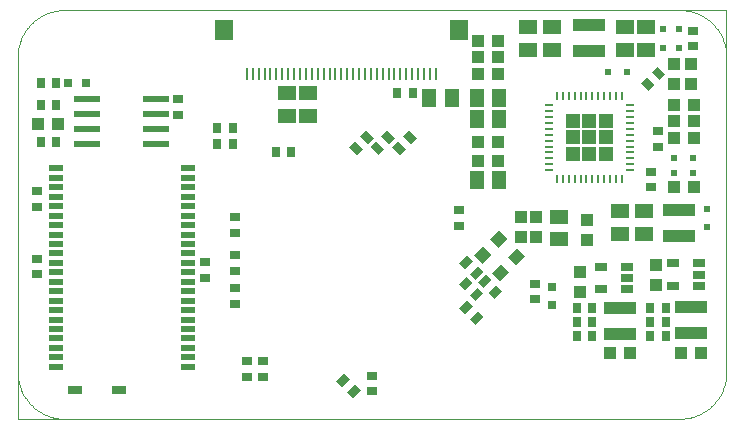
<source format=gtp>
G75*
%MOIN*%
%OFA0B0*%
%FSLAX25Y25*%
%IPPOS*%
%LPD*%
%AMOC8*
5,1,8,0,0,1.08239X$1,22.5*
%
%ADD10C,0.00000*%
%ADD11R,0.04724X0.01969*%
%ADD12R,0.02756X0.03543*%
%ADD13R,0.03543X0.02756*%
%ADD14R,0.04724X0.02756*%
%ADD15R,0.00787X0.03150*%
%ADD16R,0.03150X0.00787*%
%ADD17R,0.04528X0.04528*%
%ADD18R,0.10630X0.03937*%
%ADD19R,0.05906X0.05118*%
%ADD20R,0.02362X0.02362*%
%ADD21R,0.05118X0.05906*%
%ADD22R,0.04331X0.03937*%
%ADD23R,0.03937X0.04331*%
%ADD24R,0.08661X0.01969*%
%ADD25R,0.03150X0.03150*%
%ADD26R,0.03937X0.02756*%
%ADD27R,0.05906X0.06693*%
%ADD28R,0.00984X0.04331*%
D10*
X0006118Y0012146D02*
X0006118Y0026320D01*
X0006118Y0027894D02*
X0006118Y0133406D01*
X0006137Y0133787D01*
X0006166Y0134168D01*
X0006204Y0134547D01*
X0006251Y0134926D01*
X0006308Y0135303D01*
X0006374Y0135679D01*
X0006449Y0136053D01*
X0006533Y0136426D01*
X0006627Y0136796D01*
X0006729Y0137163D01*
X0006841Y0137528D01*
X0006961Y0137890D01*
X0007090Y0138249D01*
X0007228Y0138605D01*
X0007374Y0138957D01*
X0007530Y0139306D01*
X0007693Y0139651D01*
X0007865Y0139991D01*
X0008046Y0140328D01*
X0008234Y0140659D01*
X0008431Y0140986D01*
X0008635Y0141309D01*
X0008848Y0141626D01*
X0009068Y0141937D01*
X0009296Y0142243D01*
X0009531Y0142544D01*
X0009773Y0142839D01*
X0010023Y0143127D01*
X0010280Y0143410D01*
X0010543Y0143686D01*
X0010813Y0143955D01*
X0011090Y0144218D01*
X0011373Y0144474D01*
X0011662Y0144723D01*
X0011957Y0144965D01*
X0012258Y0145199D01*
X0012565Y0145426D01*
X0012877Y0145646D01*
X0013195Y0145858D01*
X0013517Y0146061D01*
X0013845Y0146257D01*
X0014177Y0146445D01*
X0014514Y0146625D01*
X0014854Y0146796D01*
X0015200Y0146959D01*
X0015549Y0147113D01*
X0015901Y0147259D01*
X0016257Y0147396D01*
X0016617Y0147525D01*
X0016979Y0147644D01*
X0017344Y0147755D01*
X0017712Y0147856D01*
X0018082Y0147949D01*
X0018455Y0148032D01*
X0018829Y0148106D01*
X0019205Y0148171D01*
X0019582Y0148227D01*
X0019961Y0148274D01*
X0020341Y0148311D01*
X0020722Y0148339D01*
X0021103Y0148358D01*
X0021484Y0148367D01*
X0021866Y0148367D01*
X0227378Y0148367D01*
X0228165Y0148367D02*
X0242339Y0148367D01*
X0242339Y0134194D01*
X0242339Y0132619D02*
X0242339Y0027107D01*
X0242338Y0027107D02*
X0242319Y0026726D01*
X0242290Y0026345D01*
X0242252Y0025966D01*
X0242205Y0025587D01*
X0242148Y0025210D01*
X0242082Y0024834D01*
X0242007Y0024460D01*
X0241923Y0024087D01*
X0241829Y0023717D01*
X0241727Y0023350D01*
X0241615Y0022985D01*
X0241495Y0022623D01*
X0241366Y0022264D01*
X0241228Y0021908D01*
X0241082Y0021556D01*
X0240926Y0021207D01*
X0240763Y0020862D01*
X0240591Y0020522D01*
X0240410Y0020185D01*
X0240222Y0019854D01*
X0240025Y0019527D01*
X0239821Y0019204D01*
X0239608Y0018887D01*
X0239388Y0018576D01*
X0239160Y0018270D01*
X0238925Y0017969D01*
X0238683Y0017674D01*
X0238433Y0017386D01*
X0238176Y0017103D01*
X0237913Y0016827D01*
X0237643Y0016558D01*
X0237366Y0016295D01*
X0237083Y0016039D01*
X0236794Y0015790D01*
X0236499Y0015548D01*
X0236198Y0015314D01*
X0235891Y0015087D01*
X0235579Y0014867D01*
X0235261Y0014655D01*
X0234939Y0014452D01*
X0234611Y0014256D01*
X0234279Y0014068D01*
X0233942Y0013888D01*
X0233602Y0013717D01*
X0233256Y0013554D01*
X0232907Y0013400D01*
X0232555Y0013254D01*
X0232199Y0013117D01*
X0231839Y0012988D01*
X0231477Y0012869D01*
X0231112Y0012758D01*
X0230744Y0012657D01*
X0230374Y0012564D01*
X0230001Y0012481D01*
X0229627Y0012407D01*
X0229251Y0012342D01*
X0228874Y0012286D01*
X0228495Y0012239D01*
X0228115Y0012202D01*
X0227734Y0012174D01*
X0227353Y0012155D01*
X0226972Y0012146D01*
X0226590Y0012146D01*
X0226591Y0012146D02*
X0021079Y0012146D01*
X0006118Y0012146D01*
X0021079Y0012147D02*
X0020698Y0012166D01*
X0020317Y0012195D01*
X0019938Y0012233D01*
X0019559Y0012280D01*
X0019182Y0012337D01*
X0018806Y0012403D01*
X0018432Y0012478D01*
X0018059Y0012562D01*
X0017689Y0012656D01*
X0017322Y0012758D01*
X0016957Y0012870D01*
X0016595Y0012990D01*
X0016236Y0013119D01*
X0015880Y0013257D01*
X0015528Y0013403D01*
X0015179Y0013559D01*
X0014834Y0013722D01*
X0014494Y0013894D01*
X0014157Y0014075D01*
X0013826Y0014263D01*
X0013499Y0014460D01*
X0013176Y0014664D01*
X0012859Y0014877D01*
X0012548Y0015097D01*
X0012242Y0015325D01*
X0011941Y0015560D01*
X0011646Y0015802D01*
X0011358Y0016052D01*
X0011075Y0016309D01*
X0010799Y0016572D01*
X0010530Y0016842D01*
X0010267Y0017119D01*
X0010011Y0017402D01*
X0009762Y0017691D01*
X0009520Y0017986D01*
X0009286Y0018287D01*
X0009059Y0018594D01*
X0008839Y0018906D01*
X0008627Y0019224D01*
X0008424Y0019546D01*
X0008228Y0019874D01*
X0008040Y0020206D01*
X0007860Y0020543D01*
X0007689Y0020883D01*
X0007526Y0021229D01*
X0007372Y0021578D01*
X0007226Y0021930D01*
X0007089Y0022286D01*
X0006960Y0022646D01*
X0006841Y0023008D01*
X0006730Y0023373D01*
X0006629Y0023741D01*
X0006536Y0024111D01*
X0006453Y0024484D01*
X0006379Y0024858D01*
X0006314Y0025234D01*
X0006258Y0025611D01*
X0006211Y0025990D01*
X0006174Y0026370D01*
X0006146Y0026751D01*
X0006127Y0027132D01*
X0006118Y0027513D01*
X0006118Y0027895D01*
X0227378Y0148367D02*
X0227759Y0148348D01*
X0228140Y0148319D01*
X0228519Y0148281D01*
X0228898Y0148234D01*
X0229275Y0148177D01*
X0229651Y0148111D01*
X0230025Y0148036D01*
X0230398Y0147952D01*
X0230768Y0147858D01*
X0231135Y0147756D01*
X0231500Y0147644D01*
X0231862Y0147524D01*
X0232221Y0147395D01*
X0232577Y0147257D01*
X0232929Y0147111D01*
X0233278Y0146955D01*
X0233623Y0146792D01*
X0233963Y0146620D01*
X0234300Y0146439D01*
X0234631Y0146251D01*
X0234958Y0146054D01*
X0235281Y0145850D01*
X0235598Y0145637D01*
X0235909Y0145417D01*
X0236215Y0145189D01*
X0236516Y0144954D01*
X0236811Y0144712D01*
X0237099Y0144462D01*
X0237382Y0144205D01*
X0237658Y0143942D01*
X0237927Y0143672D01*
X0238190Y0143395D01*
X0238446Y0143112D01*
X0238695Y0142823D01*
X0238937Y0142528D01*
X0239171Y0142227D01*
X0239398Y0141920D01*
X0239618Y0141608D01*
X0239830Y0141290D01*
X0240033Y0140968D01*
X0240229Y0140640D01*
X0240417Y0140308D01*
X0240597Y0139971D01*
X0240768Y0139631D01*
X0240931Y0139285D01*
X0241085Y0138936D01*
X0241231Y0138584D01*
X0241368Y0138228D01*
X0241497Y0137868D01*
X0241616Y0137506D01*
X0241727Y0137141D01*
X0241828Y0136773D01*
X0241921Y0136403D01*
X0242004Y0136030D01*
X0242078Y0135656D01*
X0242143Y0135280D01*
X0242199Y0134903D01*
X0242246Y0134524D01*
X0242283Y0134144D01*
X0242311Y0133763D01*
X0242330Y0133382D01*
X0242339Y0133001D01*
X0242339Y0132619D01*
D11*
X0062811Y0095611D03*
X0062811Y0092461D03*
X0062811Y0089312D03*
X0062811Y0086162D03*
X0062811Y0083012D03*
X0062811Y0079863D03*
X0062811Y0076713D03*
X0062811Y0073564D03*
X0062811Y0070414D03*
X0062811Y0067264D03*
X0062811Y0064115D03*
X0062811Y0060965D03*
X0062811Y0057816D03*
X0062811Y0054666D03*
X0062811Y0051516D03*
X0062811Y0048367D03*
X0062811Y0045217D03*
X0062811Y0042068D03*
X0062811Y0038918D03*
X0062811Y0035768D03*
X0062811Y0032619D03*
X0062811Y0029469D03*
X0018717Y0029469D03*
X0018717Y0032619D03*
X0018717Y0035768D03*
X0018717Y0038918D03*
X0018717Y0042068D03*
X0018717Y0045217D03*
X0018717Y0048367D03*
X0018717Y0051516D03*
X0018717Y0054666D03*
X0018717Y0057816D03*
X0018717Y0060965D03*
X0018717Y0064115D03*
X0018717Y0067264D03*
X0018717Y0070414D03*
X0018717Y0073564D03*
X0018717Y0076713D03*
X0018717Y0079863D03*
X0018717Y0083012D03*
X0018717Y0086162D03*
X0018717Y0089312D03*
X0018717Y0092461D03*
X0018717Y0095611D03*
D12*
X0018913Y0104272D03*
X0013795Y0104272D03*
X0013795Y0116871D03*
X0018913Y0116871D03*
X0018913Y0123957D03*
X0013795Y0123957D03*
X0072654Y0109194D03*
X0077772Y0109194D03*
X0077772Y0103682D03*
X0072654Y0103682D03*
X0092142Y0101123D03*
X0097260Y0101123D03*
G36*
X0121102Y0102186D02*
X0119153Y0100237D01*
X0116650Y0102740D01*
X0118599Y0104689D01*
X0121102Y0102186D01*
G37*
G36*
X0124721Y0105805D02*
X0122772Y0103856D01*
X0120269Y0106359D01*
X0122218Y0108308D01*
X0124721Y0105805D01*
G37*
G36*
X0128188Y0102186D02*
X0126239Y0100237D01*
X0123736Y0102740D01*
X0125685Y0104689D01*
X0128188Y0102186D01*
G37*
G36*
X0131807Y0105805D02*
X0129858Y0103856D01*
X0127355Y0106359D01*
X0129304Y0108308D01*
X0131807Y0105805D01*
G37*
G36*
X0135472Y0102186D02*
X0133523Y0100237D01*
X0131020Y0102740D01*
X0132969Y0104689D01*
X0135472Y0102186D01*
G37*
G36*
X0139091Y0105805D02*
X0137142Y0103856D01*
X0134639Y0106359D01*
X0136588Y0108308D01*
X0139091Y0105805D01*
G37*
X0137811Y0120808D03*
X0132693Y0120808D03*
G36*
X0213894Y0124000D02*
X0215843Y0125949D01*
X0218346Y0123446D01*
X0216397Y0121497D01*
X0213894Y0124000D01*
G37*
G36*
X0217513Y0127619D02*
X0219462Y0129568D01*
X0221965Y0127065D01*
X0220016Y0125116D01*
X0217513Y0127619D01*
G37*
G36*
X0155213Y0062124D02*
X0153264Y0064073D01*
X0155767Y0066576D01*
X0157716Y0064627D01*
X0155213Y0062124D01*
G37*
G36*
X0158832Y0058504D02*
X0156883Y0060453D01*
X0159386Y0062956D01*
X0161335Y0061007D01*
X0158832Y0058504D01*
G37*
G36*
X0162066Y0060276D02*
X0164015Y0058327D01*
X0161512Y0055824D01*
X0159563Y0057773D01*
X0162066Y0060276D01*
G37*
G36*
X0155213Y0055037D02*
X0153264Y0056986D01*
X0155767Y0059489D01*
X0157716Y0057540D01*
X0155213Y0055037D01*
G37*
G36*
X0158832Y0051418D02*
X0156883Y0053367D01*
X0159386Y0055870D01*
X0161335Y0053921D01*
X0158832Y0051418D01*
G37*
G36*
X0155213Y0047163D02*
X0153264Y0049112D01*
X0155767Y0051615D01*
X0157716Y0049666D01*
X0155213Y0047163D01*
G37*
G36*
X0158832Y0043544D02*
X0156883Y0045493D01*
X0159386Y0047996D01*
X0161335Y0046047D01*
X0158832Y0043544D01*
G37*
G36*
X0165685Y0056657D02*
X0167634Y0054708D01*
X0165131Y0052205D01*
X0163182Y0054154D01*
X0165685Y0056657D01*
G37*
X0192535Y0049154D03*
X0197654Y0049154D03*
X0197654Y0044430D03*
X0192535Y0044430D03*
X0192535Y0039705D03*
X0197654Y0039705D03*
X0216945Y0039705D03*
X0222063Y0039705D03*
X0222063Y0044430D03*
X0216945Y0044430D03*
X0216945Y0049154D03*
X0222063Y0049154D03*
G36*
X0117887Y0019134D02*
X0115938Y0021083D01*
X0118441Y0023586D01*
X0120390Y0021637D01*
X0117887Y0019134D01*
G37*
G36*
X0114268Y0022753D02*
X0112319Y0024702D01*
X0114822Y0027205D01*
X0116771Y0025256D01*
X0114268Y0022753D01*
G37*
D13*
X0124228Y0021398D03*
X0124228Y0026516D03*
X0088008Y0026123D03*
X0088008Y0031241D03*
X0082496Y0031241D03*
X0082496Y0026123D03*
X0078559Y0050532D03*
X0078559Y0055650D03*
X0078559Y0061556D03*
X0078559Y0066674D03*
X0068520Y0064312D03*
X0068520Y0059194D03*
X0078559Y0074154D03*
X0078559Y0079272D03*
X0059661Y0113524D03*
X0059661Y0118642D03*
X0012417Y0087934D03*
X0012417Y0082816D03*
X0012417Y0065493D03*
X0012417Y0060375D03*
X0153362Y0076516D03*
X0153362Y0081634D03*
X0178559Y0057225D03*
X0178559Y0052107D03*
X0217142Y0089312D03*
X0217142Y0094430D03*
X0219701Y0102894D03*
X0219701Y0108012D03*
X0231315Y0136359D03*
X0231315Y0141477D03*
D14*
X0039780Y0021595D03*
X0025213Y0021595D03*
D15*
X0185843Y0092068D03*
X0187811Y0092068D03*
X0189780Y0092068D03*
X0191748Y0092068D03*
X0193717Y0092068D03*
X0195685Y0092068D03*
X0197654Y0092068D03*
X0199622Y0092068D03*
X0201591Y0092068D03*
X0203559Y0092068D03*
X0205528Y0092068D03*
X0207496Y0092068D03*
X0207496Y0119627D03*
X0205528Y0119627D03*
X0203559Y0119627D03*
X0201591Y0119627D03*
X0199622Y0119627D03*
X0197654Y0119627D03*
X0195685Y0119627D03*
X0193717Y0119627D03*
X0191748Y0119627D03*
X0189780Y0119627D03*
X0187811Y0119627D03*
X0185843Y0119627D03*
D16*
X0183087Y0116674D03*
X0183087Y0114705D03*
X0183087Y0112737D03*
X0183087Y0110768D03*
X0183087Y0108800D03*
X0183087Y0106831D03*
X0183087Y0104863D03*
X0183087Y0102894D03*
X0183087Y0100926D03*
X0183087Y0098957D03*
X0183087Y0096989D03*
X0183087Y0095020D03*
X0210252Y0095020D03*
X0210252Y0096989D03*
X0210252Y0098957D03*
X0210252Y0100926D03*
X0210252Y0102894D03*
X0210252Y0104863D03*
X0210252Y0106831D03*
X0210252Y0108800D03*
X0210252Y0110768D03*
X0210252Y0112737D03*
X0210252Y0114705D03*
X0210252Y0116674D03*
D17*
X0202083Y0111457D03*
X0196571Y0111457D03*
X0191059Y0111457D03*
X0191059Y0105946D03*
X0196571Y0105946D03*
X0202083Y0105946D03*
X0202083Y0100434D03*
X0196571Y0100434D03*
X0191059Y0100434D03*
D18*
X0226591Y0081831D03*
X0226591Y0073170D03*
X0230528Y0049548D03*
X0230528Y0040886D03*
X0206906Y0040493D03*
X0206906Y0049154D03*
X0196669Y0134587D03*
X0196669Y0143249D03*
D19*
X0208480Y0142658D03*
X0215567Y0142658D03*
X0215567Y0135178D03*
X0208480Y0135178D03*
X0184071Y0135178D03*
X0176197Y0135178D03*
X0176197Y0142658D03*
X0184071Y0142658D03*
X0102969Y0120611D03*
X0095882Y0120611D03*
X0095882Y0113131D03*
X0102969Y0113131D03*
X0186433Y0079469D03*
X0186433Y0071989D03*
X0206906Y0073760D03*
X0214780Y0073760D03*
X0214780Y0081241D03*
X0206906Y0081241D03*
D20*
X0225016Y0094036D03*
X0231315Y0094036D03*
X0231315Y0099154D03*
X0225016Y0099154D03*
X0236039Y0082225D03*
X0236039Y0075926D03*
X0209268Y0127894D03*
X0202969Y0127894D03*
X0221276Y0135768D03*
X0226591Y0135768D03*
X0226591Y0142068D03*
X0221276Y0142068D03*
D21*
X0166551Y0119233D03*
X0159071Y0119233D03*
X0150803Y0119233D03*
X0143323Y0119233D03*
X0159071Y0112146D03*
X0166551Y0112146D03*
X0166551Y0091674D03*
X0159071Y0091674D03*
D22*
X0159465Y0104272D03*
X0166157Y0104272D03*
X0166157Y0127107D03*
X0159465Y0127107D03*
X0225016Y0123760D03*
X0230528Y0123760D03*
X0230528Y0130453D03*
X0225016Y0130453D03*
X0195882Y0078485D03*
X0195882Y0071792D03*
X0178953Y0072579D03*
X0178953Y0079272D03*
X0203559Y0034194D03*
X0210252Y0034194D03*
X0227181Y0034194D03*
X0233874Y0034194D03*
D23*
X0218717Y0056831D03*
X0218717Y0063524D03*
X0193520Y0061162D03*
X0193520Y0054469D03*
G36*
X0172177Y0063277D02*
X0169394Y0066060D01*
X0172455Y0069121D01*
X0175238Y0066338D01*
X0172177Y0063277D01*
G37*
G36*
X0167165Y0063831D02*
X0169948Y0061048D01*
X0166887Y0057987D01*
X0164104Y0060770D01*
X0167165Y0063831D01*
G37*
G36*
X0161319Y0069677D02*
X0164102Y0066894D01*
X0161041Y0063833D01*
X0158258Y0066616D01*
X0161319Y0069677D01*
G37*
G36*
X0166331Y0069123D02*
X0163548Y0071906D01*
X0166609Y0074967D01*
X0169392Y0072184D01*
X0166331Y0069123D01*
G37*
X0173835Y0072579D03*
X0173835Y0079272D03*
X0166157Y0097973D03*
X0159465Y0097973D03*
X0159465Y0132619D03*
X0166157Y0132619D03*
X0166157Y0138131D03*
X0159465Y0138131D03*
X0224819Y0116871D03*
X0231512Y0116871D03*
X0231512Y0111359D03*
X0231512Y0105847D03*
X0224819Y0105847D03*
X0224819Y0111359D03*
X0224819Y0089312D03*
X0231512Y0089312D03*
X0019701Y0110571D03*
X0013008Y0110571D03*
D24*
X0029346Y0108898D03*
X0029346Y0103898D03*
X0029346Y0113898D03*
X0029346Y0118859D03*
X0052181Y0118859D03*
X0052181Y0113859D03*
X0052181Y0108859D03*
X0052181Y0103859D03*
D25*
X0028756Y0123957D03*
X0022850Y0123957D03*
X0184071Y0056044D03*
X0184071Y0050138D03*
D26*
X0200409Y0055257D03*
X0200409Y0062737D03*
X0209071Y0062737D03*
X0209071Y0058997D03*
X0209071Y0055257D03*
X0224622Y0056438D03*
X0233283Y0056438D03*
X0233283Y0060178D03*
X0233283Y0063918D03*
X0224622Y0063918D03*
D27*
X0153362Y0141871D03*
X0074819Y0141871D03*
D28*
X0082496Y0126910D03*
X0084465Y0126910D03*
X0086433Y0126910D03*
X0088402Y0126910D03*
X0090370Y0126910D03*
X0092339Y0126910D03*
X0094307Y0126910D03*
X0096276Y0126910D03*
X0098244Y0126910D03*
X0100213Y0126910D03*
X0102181Y0126910D03*
X0104150Y0126910D03*
X0106118Y0126910D03*
X0108087Y0126910D03*
X0110055Y0126910D03*
X0112024Y0126910D03*
X0113992Y0126910D03*
X0115961Y0126910D03*
X0117929Y0126910D03*
X0119898Y0126910D03*
X0121866Y0126910D03*
X0123835Y0126910D03*
X0125803Y0126910D03*
X0127772Y0126910D03*
X0129740Y0126910D03*
X0131709Y0126910D03*
X0133677Y0126910D03*
X0135646Y0126910D03*
X0137614Y0126910D03*
X0139583Y0126910D03*
X0141551Y0126910D03*
X0143520Y0126910D03*
X0145488Y0126910D03*
M02*

</source>
